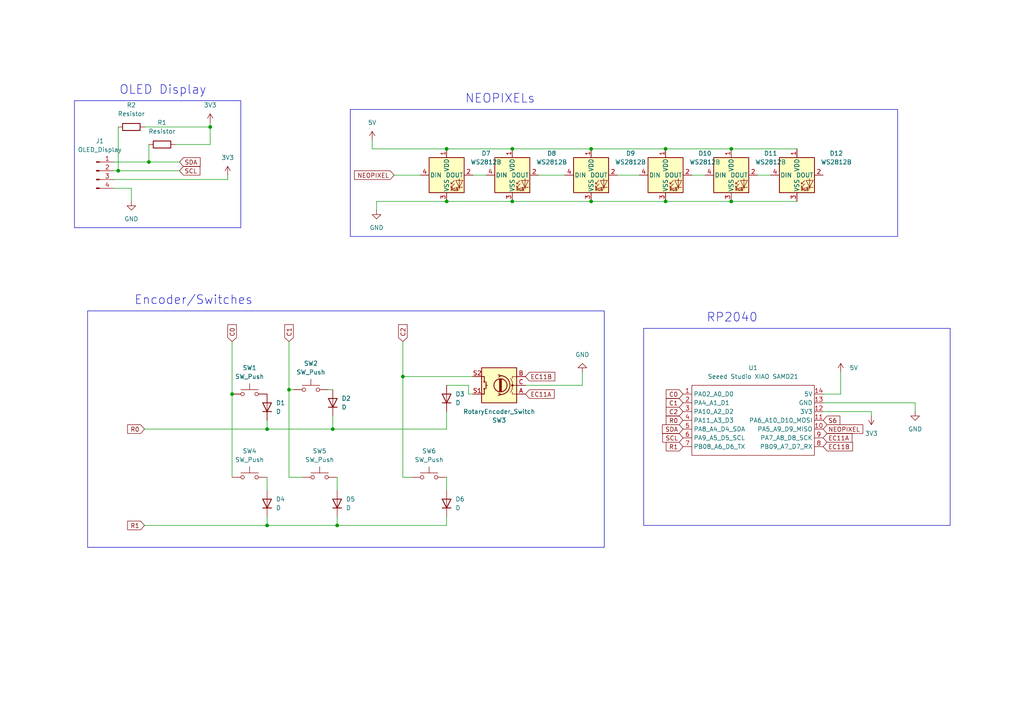
<source format=kicad_sch>
(kicad_sch (version 20231120) (generator "eeschema") (generator_version "8.0")
  (paper "A4")
  (title_block (title "Hackpad") (date "2024-10-04"))
  (lib_symbols
    (symbol "Connector:Conn_01x04_Pin" (pin_names (offset 1.016) hide)
      (property "Reference" "J" (at 0 5.08 0))
      (property "Value" "Conn_01x04_Pin" (at 0 -7.62 0))
      (symbol "Conn_01x04_Pin_1_1"
        (polyline (pts (xy 1.27 -5.08) (xy 0.8636 -5.08)) (stroke (width 0.1524)))
        (polyline (pts (xy 1.27 -2.54) (xy 0.8636 -2.54)) (stroke (width 0.1524)))
        (polyline (pts (xy 1.27 0) (xy 0.8636 0)) (stroke (width 0.1524)))
        (polyline (pts (xy 1.27 2.54) (xy 0.8636 2.54)) (stroke (width 0.1524)))
        (rectangle (start 0.8636 -4.953) (end 0 -5.207) (stroke (width 0.1524)) (fill (type outline)))
        (rectangle (start 0.8636 -2.413) (end 0 -2.667) (stroke (width 0.1524)) (fill (type outline)))
        (rectangle (start 0.8636 0.127) (end 0 -0.127) (stroke (width 0.1524)) (fill (type outline)))
        (rectangle (start 0.8636 2.667) (end 0 2.413) (stroke (width 0.1524)) (fill (type outline)))
        (pin passive line (at 5.08 2.54 180) (length 3.81) (name "Pin_1") (number "1"))
        (pin passive line (at 5.08 0 180) (length 3.81) (name "Pin_2") (number "2"))
        (pin passive line (at 5.08 -2.54 180) (length 3.81) (name "Pin_3") (number "3"))
        (pin passive line (at 5.08 -5.08 180) (length 3.81) (name "Pin_4") (number "4"))
      )
    )
    (symbol "Device:D" (pin_numbers hide) (pin_names (offset 1.016) hide)
      (property "Reference" "D" (at 0 2.54 0))
      (property "Value" "D" (at 0 -2.54 0))
      (symbol "D_0_1"
        (polyline (pts (xy -1.27 1.27) (xy -1.27 -1.27)) (stroke (width 0.254)))
        (polyline (pts (xy 1.27 0) (xy -1.27 0)))
        (polyline (pts (xy 1.27 1.27) (xy 1.27 -1.27) (xy -1.27 0) (xy 1.27 1.27)) (stroke (width 0.254)))
      )
      (symbol "D_1_1"
        (pin passive line (at -3.81 0 0) (length 2.54) (name "K") (number "1"))
        (pin passive line (at 3.81 0 180) (length 2.54) (name "A") (number "2"))
      )
    )
    (symbol "Device:R" (pin_numbers hide) (pin_names (offset 0))
      (property "Reference" "R" (at 2.032 0 90))
      (property "Value" "R" (at 0 0 90))
      (symbol "R_0_1"
        (rectangle (start -1.016 -2.54) (end 1.016 2.54) (stroke (width 0.254)))
      )
      (symbol "R_1_1"
        (pin passive line (at 0 3.81 270) (length 1.27) (name "~") (number "1"))
        (pin passive line (at 0 -3.81 90) (length 1.27) (name "~") (number "2"))
      )
    )
    (symbol "Device:RotaryEncoder_Switch" (pin_names (offset 0.254) hide)
      (property "Reference" "SW" (at 0 6.604 0))
      (property "Value" "RotaryEncoder_Switch" (at 0 -6.604 0))
      (symbol "RotaryEncoder_Switch_0_1"
        (rectangle (start -5.08 5.08) (end 5.08 -5.08) (stroke (width 0.254)) (fill (type background)))
        (circle (center -3.81 0) (radius 0.254) (fill (type outline)))
        (circle (center -0.381 0) (radius 1.905) (stroke (width 0.254)))
        (arc (start -0.381 2.667) (mid -3.0988 -0.0635) (end -0.381 -2.794) (stroke (width 0.254)))
        (polyline (pts (xy -0.635 -1.778) (xy -0.635 1.778)) (stroke (width 0.254)))
        (polyline (pts (xy -0.381 -1.778) (xy -0.381 1.778)) (stroke (width 0.254)))
        (polyline (pts (xy -0.127 1.778) (xy -0.127 -1.778)) (stroke (width 0.254)))
        (polyline (pts (xy 3.81 0) (xy 3.429 0)) (stroke (width 0.254)))
        (polyline (pts (xy 3.81 1.016) (xy 3.81 -1.016)) (stroke (width 0.254)))
        (polyline (pts (xy -5.08 -2.54) (xy -3.81 -2.54) (xy -3.81 -2.032)))
        (polyline (pts (xy -5.08 2.54) (xy -3.81 2.54) (xy -3.81 2.032)))
        (polyline (pts (xy 0.254 -3.048) (xy -0.508 -2.794) (xy 0.127 -2.413)) (stroke (width 0.254)))
        (polyline (pts (xy 0.254 2.921) (xy -0.508 2.667) (xy 0.127 2.286)) (stroke (width 0.254)))
        (polyline (pts (xy 5.08 -2.54) (xy 4.318 -2.54) (xy 4.318 -1.016)) (stroke (width 0.254)))
        (polyline (pts (xy 5.08 2.54) (xy 4.318 2.54) (xy 4.318 1.016)) (stroke (width 0.254)))
        (polyline (pts (xy -5.08 0) (xy -3.81 0) (xy -3.81 -1.016) (xy -3.302 -2.032)))
        (polyline (pts (xy -4.318 0) (xy -3.81 0) (xy -3.81 1.016) (xy -3.302 2.032)))
        (circle (center 4.318 -1.016) (radius 0.127) (stroke (width 0.254)))
        (circle (center 4.318 1.016) (radius 0.127) (stroke (width 0.254)))
      )
      (symbol "RotaryEncoder_Switch_1_1"
        (pin passive line (at -7.62 2.54 0) (length 2.54) (name "A") (number "A"))
        (pin passive line (at -7.62 -2.54 0) (length 2.54) (name "B") (number "B"))
        (pin passive line (at -7.62 0 0) (length 2.54) (name "C") (number "C"))
        (pin passive line (at 7.62 2.54 180) (length 2.54) (name "S1") (number "S1"))
        (pin passive line (at 7.62 -2.54 180) (length 2.54) (name "S2") (number "S2"))
      )
    )
    (symbol "LED:WS2812B" (pin_names (offset 0.254))
      (property "Reference" "D" (at 5.08 5.715 0))
      (property "Value" "WS2812B" (at 1.27 -5.715 0))
      (symbol "WS2812B_0_0"
        (text "RGB" (at 2.286 -4.191 0) (effects (font (size 0.762 0.762))))
      )
      (symbol "WS2812B_0_1"
        (polyline (pts (xy 1.27 -3.556) (xy 1.778 -3.556)))
        (polyline (pts (xy 1.27 -2.54) (xy 1.778 -2.54)))
        (polyline (pts (xy 4.699 -3.556) (xy 2.667 -3.556)))
        (polyline (pts (xy 2.286 -2.54) (xy 1.27 -3.556) (xy 1.27 -3.048)))
        (polyline (pts (xy 2.286 -1.524) (xy 1.27 -2.54) (xy 1.27 -2.032)))
        (polyline (pts (xy 3.683 -1.016) (xy 3.683 -3.556) (xy 3.683 -4.064)))
        (polyline (pts (xy 4.699 -1.524) (xy 2.667 -1.524) (xy 3.683 -3.556) (xy 4.699 -1.524)))
        (rectangle (start 5.08 5.08) (end -5.08 -5.08) (stroke (width 0.254)) (fill (type background)))
      )
      (symbol "WS2812B_1_1"
        (pin power_in line (at 0 7.62 270) (length 2.54) (name "VDD") (number "1"))
        (pin output line (at 7.62 0 180) (length 2.54) (name "DOUT") (number "2"))
        (pin power_in line (at 0 -7.62 90) (length 2.54) (name "VSS") (number "3"))
        (pin input line (at -7.62 0 0) (length 2.54) (name "DIN") (number "4"))
      )
    )
    (symbol "ScottoKeebs:MCU_Seeed_XIAO_RP2040"
      (property "Reference" "U" (at -16.51 11.43 0))
      (property "Value" "MCU_Seeed_XIAO_RP2040" (at -3.81 -11.43 0))
      (symbol "MCU_Seeed_XIAO_RP2040_0_1"
        (rectangle (start -16.51 10.16) (end 19.05 -10.16))
      )
      (symbol "MCU_Seeed_XIAO_RP2040_1_1"
        (pin passive line (at -19.05 7.62 0) (length 2.54) (name "PA02_A0_D0") (number "1"))
        (pin passive line (at 21.59 -2.54 180) (length 2.54) (name "PA5_A9_D9_MISO") (number "10"))
        (pin passive line (at 21.59 0 180) (length 2.54) (name "PA6_A10_D10_MOSI") (number "11"))
        (pin passive line (at 21.59 2.54 180) (length 2.54) (name "3V3") (number "12"))
        (pin passive line (at 21.59 5.08 180) (length 2.54) (name "GND") (number "13"))
        (pin passive line (at 21.59 7.62 180) (length 2.54) (name "5V") (number "14"))
        (pin passive line (at -19.05 5.08 0) (length 2.54) (name "PA4_A1_D1") (number "2"))
        (pin passive line (at -19.05 2.54 0) (length 2.54) (name "PA10_A2_D2") (number "3"))
        (pin passive line (at -19.05 0 0) (length 2.54) (name "PA11_A3_D3") (number "4"))
        (pin passive line (at -19.05 -2.54 0) (length 2.54) (name "PA8_A4_D4_SDA") (number "5"))
        (pin passive line (at -19.05 -5.08 0) (length 2.54) (name "PA9_A5_D5_SCL") (number "6"))
        (pin passive line (at -19.05 -7.62 0) (length 2.54) (name "PB08_A6_D6_TX") (number "7"))
        (pin passive line (at 21.59 -7.62 180) (length 2.54) (name "PB09_A7_D7_RX") (number "8"))
        (pin passive line (at 21.59 -5.08 180) (length 2.54) (name "PA7_A8_D8_SCK") (number "9"))
      )
    )
    (symbol "ScottoKeebs:Placeholder_Resistor" (pin_numbers hide) (pin_names (offset 0))
      (property "Reference" "R" (at 0 2.032 0))
      (property "Value" "Resistor" (at 0 -2.54 0))
      (symbol "Placeholder_Resistor_0_1"
        (rectangle (start 2.54 -1.016) (end -2.54 1.016) (stroke (width 0.254)))
      )
      (symbol "Placeholder_Resistor_1_1"
        (pin passive line (at -3.81 0 0) (length 1.27) (name "~") (number "1"))
        (pin passive line (at 3.81 0 180) (length 1.27) (name "~") (number "2"))
      )
    )
    (symbol "Switch:SW_Push" (pin_numbers hide) (pin_names (offset 1.016) hide)
      (property "Reference" "SW" (at 1.27 2.54 0))
      (property "Value" "SW_Push" (at 0 -1.524 0))
      (symbol "SW_Push_0_1"
        (circle (center -2.032 0) (radius 0.508))
        (polyline (pts (xy 0 1.27) (xy 0 3.048)))
        (polyline (pts (xy 2.54 1.27) (xy -2.54 1.27)))
        (circle (center 2.032 0) (radius 0.508))
        (pin passive line (at -5.08 0 0) (length 2.54) (name "1") (number "1"))
        (pin passive line (at 5.08 0 180) (length 2.54) (name "2") (number "2"))
      )
    )
    (symbol "power:GND" (power) (pin_numbers hide) (pin_names (offset 0) hide)
      (property "Value" "GND" (at 0 -3.81 0))
      (symbol "GND_0_1"
        (polyline (pts (xy 0 0) (xy 0 -1.27) (xy 1.27 -1.27) (xy 0 -2.54) (xy -1.27 -1.27) (xy 0 -1.27)))
      )
      (symbol "GND_1_1"
        (pin power_in line (at 0 0 270) (length 0) (name "~") (number "1"))
      )
    )
    (symbol "power:VCC" (power) (pin_numbers hide) (pin_names (offset 0) hide)
      (property "Value" "VCC" (at 0 3.556 0))
      (symbol "VCC_0_1"
        (polyline (pts (xy -0.762 1.27) (xy 0 2.54)))
        (polyline (pts (xy 0 0) (xy 0 2.54)))
        (polyline (pts (xy 0 2.54) (xy 0.762 1.27)))
      )
      (symbol "VCC_1_1"
        (pin power_in line (at 0 0 90) (length 0) (name "~") (number "1"))
      )
    )
  )
  (junction (at 129.54 58.42))
  (junction (at 212.09 43.18))
  (junction (at 129.54 43.18))
  (junction (at 212.09 58.42))
  (junction (at 148.59 58.42))
  (junction (at 97.79 152.4))
  (junction (at 171.45 43.18))
  (junction (at 60.96 36.83))
  (junction (at 96.52 124.46))
  (junction (at 67.31 114.3))
  (junction (at 116.84 109.22))
  (junction (at 34.29 49.53))
  (junction (at 171.45 58.42))
  (junction (at 193.04 43.18))
  (junction (at 148.59 43.18))
  (junction (at 77.47 152.4))
  (junction (at 83.82 113.03))
  (junction (at 43.18 46.99))
  (junction (at 193.04 58.42))
  (junction (at 77.47 124.46))
  (wire (pts (xy 66.04 52.07) (xy 66.04 50.8)))
  (wire (pts (xy 129.54 111.76) (xy 135.89 111.76)))
  (wire (pts (xy 200.66 50.8) (xy 204.47 50.8)))
  (wire (pts (xy 95.25 113.03) (xy 96.52 113.03)))
  (wire (pts (xy 83.82 113.03) (xy 85.09 113.03)))
  (wire (pts (xy 96.52 124.46) (xy 129.54 124.46)))
  (wire (pts (xy 97.79 138.43) (xy 97.79 142.24)))
  (wire (pts (xy 33.02 46.99) (xy 43.18 46.99)))
  (wire (pts (xy 34.29 36.83) (xy 34.29 49.53)))
  (wire (pts (xy 238.76 119.38) (xy 252.73 119.38)))
  (wire (pts (xy 107.95 43.18) (xy 129.54 43.18)))
  (wire (pts (xy 148.59 43.18) (xy 171.45 43.18)))
  (wire (pts (xy 238.76 114.3) (xy 243.84 114.3)))
  (wire (pts (xy 34.29 49.53) (xy 52.07 49.53)))
  (wire (pts (xy 77.47 152.4) (xy 97.79 152.4)))
  (wire (pts (xy 116.84 109.22) (xy 116.84 138.43)))
  (wire (pts (xy 252.73 119.38) (xy 252.73 120.65)))
  (wire (pts (xy 193.04 58.42) (xy 212.09 58.42)))
  (wire (pts (xy 238.76 116.84) (xy 265.43 116.84)))
  (wire (pts (xy 135.89 114.3) (xy 135.89 111.76)))
  (wire (pts (xy 243.84 114.3) (xy 243.84 107.95)))
  (wire (pts (xy 116.84 109.22) (xy 137.16 109.22)))
  (wire (pts (xy 156.21 50.8) (xy 163.83 50.8)))
  (wire (pts (xy 193.04 43.18) (xy 212.09 43.18)))
  (wire (pts (xy 33.02 54.61) (xy 38.1 54.61)))
  (wire (pts (xy 109.22 60.96) (xy 109.22 58.42)))
  (wire (pts (xy 129.54 152.4) (xy 129.54 149.86)))
  (wire (pts (xy 148.59 58.42) (xy 171.45 58.42)))
  (wire (pts (xy 33.02 49.53) (xy 34.29 49.53)))
  (wire (pts (xy 50.8 41.91) (xy 60.96 41.91)))
  (wire (pts (xy 83.82 113.03) (xy 83.82 138.43)))
  (wire (pts (xy 77.47 138.43) (xy 77.47 142.24)))
  (wire (pts (xy 77.47 149.86) (xy 77.47 152.4)))
  (wire (pts (xy 97.79 149.86) (xy 97.79 152.4)))
  (wire (pts (xy 129.54 43.18) (xy 148.59 43.18)))
  (wire (pts (xy 67.31 114.3) (xy 67.31 138.43)))
  (wire (pts (xy 168.91 111.76) (xy 168.91 107.95)))
  (wire (pts (xy 77.47 124.46) (xy 96.52 124.46)))
  (wire (pts (xy 109.22 58.42) (xy 129.54 58.42)))
  (wire (pts (xy 219.71 50.8) (xy 223.52 50.8)))
  (wire (pts (xy 129.54 58.42) (xy 148.59 58.42)))
  (wire (pts (xy 114.3 50.8) (xy 121.92 50.8)))
  (wire (pts (xy 116.84 138.43) (xy 119.38 138.43)))
  (wire (pts (xy 129.54 124.46) (xy 129.54 119.38)))
  (wire (pts (xy 41.91 152.4) (xy 77.47 152.4)))
  (wire (pts (xy 83.82 99.06) (xy 83.82 113.03)))
  (wire (pts (xy 60.96 36.83) (xy 60.96 35.56)))
  (wire (pts (xy 38.1 54.61) (xy 38.1 58.42)))
  (wire (pts (xy 212.09 43.18) (xy 231.14 43.18)))
  (wire (pts (xy 67.31 99.06) (xy 67.31 114.3)))
  (wire (pts (xy 152.4 111.76) (xy 168.91 111.76)))
  (wire (pts (xy 43.18 46.99) (xy 52.07 46.99)))
  (wire (pts (xy 96.52 120.65) (xy 96.52 124.46)))
  (wire (pts (xy 116.84 99.06) (xy 116.84 109.22)))
  (wire (pts (xy 171.45 58.42) (xy 193.04 58.42)))
  (wire (pts (xy 97.79 152.4) (xy 129.54 152.4)))
  (wire (pts (xy 212.09 58.42) (xy 231.14 58.42)))
  (wire (pts (xy 137.16 50.8) (xy 140.97 50.8)))
  (wire (pts (xy 60.96 41.91) (xy 60.96 36.83)))
  (wire (pts (xy 107.95 40.64) (xy 107.95 43.18)))
  (wire (pts (xy 43.18 41.91) (xy 43.18 46.99)))
  (wire (pts (xy 171.45 43.18) (xy 193.04 43.18)))
  (wire (pts (xy 129.54 138.43) (xy 129.54 142.24)))
  (wire (pts (xy 137.16 114.3) (xy 135.89 114.3)))
  (wire (pts (xy 33.02 52.07) (xy 66.04 52.07)))
  (wire (pts (xy 83.82 138.43) (xy 87.63 138.43)))
  (wire (pts (xy 77.47 121.92) (xy 77.47 124.46)))
  (wire (pts (xy 179.07 50.8) (xy 185.42 50.8)))
  (wire (pts (xy 41.91 36.83) (xy 60.96 36.83)))
  (wire (pts (xy 265.43 116.84) (xy 265.43 119.38)))
  (wire (pts (xy 41.91 124.46) (xy 77.47 124.46)))
  (rectangle (start 25.4 90.17) (end 175.26 158.75))
  (rectangle (start 21.59 29.21) (end 69.85 66.04))
  (rectangle (start 101.6 31.75) (end 260.35 68.58))
  (rectangle (start 186.69 95.25) (end 275.59 152.4))
  (text "RP2040\n" (at 212.344 92.202 0) (effects (font (size 2.54 2.54))))
  (text "OLED Display\n" (at 47.244 26.162 0) (effects (font (size 2.54 2.54))))
  (text "NEOPIXELs" (at 145.034 28.702 0) (effects (font (size 2.54 2.54))))
  (text "Encoder/Switches" (at 56.134 87.122 0) (effects (font (size 2.54 2.54))))
  (global_label "S6" (shape input) (at 238.76 121.92 0) (property "Intersheetrefs" "${INTERSHEET_REFS}" (effects (hide yes))))
  (global_label "R0" (shape input) (at 41.91 124.46 180) (property "Intersheetrefs" "${INTERSHEET_REFS}" (effects (hide yes))))
  (global_label "R1" (shape input) (at 198.12 129.54 180) (property "Intersheetrefs" "${INTERSHEET_REFS}" (effects (hide yes))))
  (global_label "C1" (shape input) (at 198.12 116.84 180) (property "Intersheetrefs" "${INTERSHEET_REFS}" (effects (hide yes))))
  (global_label "EC11A" (shape input) (at 238.76 127 0) (property "Intersheetrefs" "${INTERSHEET_REFS}" (effects (hide yes))))
  (global_label "NEOPIXEL" (shape input) (at 238.76 124.46 0) (property "Intersheetrefs" "${INTERSHEET_REFS}" (effects (hide yes))))
  (global_label "SDA" (shape input) (at 52.07 46.99 0) (property "Intersheetrefs" "${INTERSHEET_REFS}" (effects (hide yes))))
  (global_label "C2" (shape input) (at 116.84 99.06 90) (property "Intersheetrefs" "${INTERSHEET_REFS}" (effects (hide yes))))
  (global_label "C0" (shape input) (at 67.31 99.06 90) (property "Intersheetrefs" "${INTERSHEET_REFS}" (effects (hide yes))))
  (global_label "EC11A" (shape input) (at 152.4 114.3 0) (property "Intersheetrefs" "${INTERSHEET_REFS}" (effects (hide yes))))
  (global_label "SCL" (shape input) (at 198.12 127 180) (property "Intersheetrefs" "${INTERSHEET_REFS}" (effects (hide yes))))
  (global_label "C0" (shape input) (at 198.12 114.3 180) (property "Intersheetrefs" "${INTERSHEET_REFS}" (effects (hide yes))))
  (global_label "R0" (shape input) (at 198.12 121.92 180) (property "Intersheetrefs" "${INTERSHEET_REFS}" (effects (hide yes))))
  (global_label "C1" (shape input) (at 83.82 99.06 90) (property "Intersheetrefs" "${INTERSHEET_REFS}" (effects (hide yes))))
  (global_label "EC11B" (shape input) (at 238.76 129.54 0) (property "Intersheetrefs" "${INTERSHEET_REFS}" (effects (hide yes))))
  (global_label "SCL" (shape input) (at 52.07 49.53 0) (property "Intersheetrefs" "${INTERSHEET_REFS}" (effects (hide yes))))
  (global_label "NEOPIXEL" (shape input) (at 114.3 50.8 180) (property "Intersheetrefs" "${INTERSHEET_REFS}" (effects (hide yes))))
  (global_label "EC11B" (shape input) (at 152.4 109.22 0) (property "Intersheetrefs" "${INTERSHEET_REFS}" (effects (hide yes))))
  (global_label "R1" (shape input) (at 41.91 152.4 180) (property "Intersheetrefs" "${INTERSHEET_REFS}" (effects (hide yes))))
  (global_label "SDA" (shape input) (at 198.12 124.46 180) (property "Intersheetrefs" "${INTERSHEET_REFS}" (effects (hide yes))))
  (global_label "C2" (shape input) (at 198.12 119.38 180) (property "Intersheetrefs" "${INTERSHEET_REFS}" (effects (hide yes))))
  (symbol (lib_id "Device:D") (at 96.52 116.84 90) (unit 1)
    (property "Reference" "D2" (at 99.06 115.5699 90) (effects (justify right)))
    (property "Value" "D" (at 99.06 118.1099 90) (effects (justify right)))
    (property "Footprint" "Diode_THT:D_DO-35_SOD27_P7.62mm_Horizontal" (effects (hide yes)))
    (property "Description" "Diode" (effects (hide yes)))
    (property "Sim.Device" "D" (effects (hide yes)))
    (property "Sim.Pins" "1=K 2=A" (effects (hide yes)))
  )
  (symbol (lib_id "power:VCC") (at 66.04 50.8 0) (unit 1)
    (property "Reference" "#PWR02" (effects (hide yes)))
    (property "Value" "3V3" (at 66.04 45.72 0))
    (property "Description" "Power symbol creates a global label with name \"VCC\"" (effects (hide yes)))
  )
  (symbol (lib_id "LED:WS2812B") (at 231.14 50.8 0) (unit 1)
    (property "Reference" "D12" (at 242.57 44.4814 0))
    (property "Value" "WS2812B" (at 242.57 47.0214 0))
    (property "Footprint" "LED_SMD:LED_WS2812B_PLCC4_5.0x5.0mm_P3.2mm" (effects (hide yes)))
    (property "Datasheet" "https://cdn-shop.adafruit.com/datasheets/WS2812B.pdf" (effects (hide yes)))
    (property "Description" "RGB LED with integrated controller" (effects (hide yes)))
  )
  (symbol (lib_id "power:VCC") (at 60.96 35.56 0) (unit 1)
    (property "Reference" "#PWR09" (effects (hide yes)))
    (property "Value" "3V3" (at 60.96 30.48 0))
    (property "Description" "Power symbol creates a global label with name \"VCC\"" (effects (hide yes)))
  )
  (symbol (lib_id "Device:D") (at 129.54 146.05 90) (unit 1)
    (property "Reference" "D6" (at 132.08 144.7799 90) (effects (justify right)))
    (property "Value" "D" (at 132.08 147.3199 90) (effects (justify right)))
    (property "Footprint" "Diode_THT:D_DO-35_SOD27_P7.62mm_Horizontal" (effects (hide yes)))
    (property "Description" "Diode" (effects (hide yes)))
    (property "Sim.Device" "D" (effects (hide yes)))
    (property "Sim.Pins" "1=K 2=A" (effects (hide yes)))
  )
  (symbol (lib_id "Switch:SW_Push") (at 124.46 138.43 0) (unit 1)
    (property "Reference" "SW6" (at 124.46 130.81 0))
    (property "Value" "SW_Push" (at 124.46 133.35 0))
    (property "Footprint" "ScottoKeebs_MX:MX_PCB_1.00u" (effects (hide yes)))
    (property "Description" "Push button switch, generic, two pins" (effects (hide yes)))
  )
  (symbol (lib_id "Connector:Conn_01x04_Pin") (at 27.94 49.53 0) (unit 1)
    (property "Reference" "J1" (at 28.956 40.894 0))
    (property "Value" "OLED_Display" (at 28.956 43.434 0))
    (property "Footprint" "ScottoKeebs_Components:OLED_128x64" (effects (hide yes)))
    (property "Description" "Generic connector, single row, 01x04, script generated" (effects (hide yes)))
  )
  (symbol (lib_id "LED:WS2812B") (at 148.59 50.8 0) (unit 1)
    (property "Reference" "D8" (at 160.02 44.4814 0))
    (property "Value" "WS2812B" (at 160.02 47.0214 0))
    (property "Footprint" "LED_SMD:LED_WS2812B_PLCC4_5.0x5.0mm_P3.2mm" (effects (hide yes)))
    (property "Datasheet" "https://cdn-shop.adafruit.com/datasheets/WS2812B.pdf" (effects (hide yes)))
    (property "Description" "RGB LED with integrated controller" (effects (hide yes)))
  )
  (symbol (lib_id "power:GND") (at 109.22 60.96 0) (unit 1)
    (property "Reference" "#PWR07" (effects (hide yes)))
    (property "Value" "GND" (at 109.22 66.04 0))
    (property "Description" "Power symbol creates a global label with name \"GND\" , ground" (effects (hide yes)))
  )
  (symbol (lib_id "Switch:SW_Push") (at 92.71 138.43 0) (unit 1)
    (property "Reference" "SW5" (at 92.71 130.81 0))
    (property "Value" "SW_Push" (at 92.71 133.35 0))
    (property "Footprint" "ScottoKeebs_MX:MX_PCB_1.00u" (effects (hide yes)))
    (property "Description" "Push button switch, generic, two pins" (effects (hide yes)))
  )
  (symbol (lib_id "Device:D") (at 77.47 146.05 90) (unit 1)
    (property "Reference" "D4" (at 80.01 144.7799 90) (effects (justify right)))
    (property "Value" "D" (at 80.01 147.3199 90) (effects (justify right)))
    (property "Footprint" "Diode_THT:D_DO-35_SOD27_P7.62mm_Horizontal" (effects (hide yes)))
    (property "Description" "Diode" (effects (hide yes)))
    (property "Sim.Device" "D" (effects (hide yes)))
    (property "Sim.Pins" "1=K 2=A" (effects (hide yes)))
  )
  (symbol (lib_id "LED:WS2812B") (at 193.04 50.8 0) (unit 1)
    (property "Reference" "D10" (at 204.47 44.4814 0))
    (property "Value" "WS2812B" (at 204.47 47.0214 0))
    (property "Footprint" "LED_SMD:LED_WS2812B_PLCC4_5.0x5.0mm_P3.2mm" (effects (hide yes)))
    (property "Datasheet" "https://cdn-shop.adafruit.com/datasheets/WS2812B.pdf" (effects (hide yes)))
    (property "Description" "RGB LED with integrated controller" (effects (hide yes)))
  )
  (symbol (lib_id "ScottoKeebs:Placeholder_Resistor") (at 38.1 36.83 0) (unit 1)
    (property "Reference" "R2" (at 38.1 30.48 0))
    (property "Value" "Resistor" (at 38.1 33.02 0))
    (property "Footprint" "Resistor_SMD:R_0402_1005Metric" (effects (hide yes)))
    (property "Description" "Resistor" (effects (hide yes)))
  )
  (symbol (lib_id "Switch:SW_Push") (at 72.39 138.43 0) (unit 1)
    (property "Reference" "SW4" (at 72.39 130.81 0))
    (property "Value" "SW_Push" (at 72.39 133.35 0))
    (property "Footprint" "ScottoKeebs_MX:MX_PCB_1.00u" (effects (hide yes)))
    (property "Description" "Push button switch, generic, two pins" (effects (hide yes)))
  )
  (symbol (lib_id "power:GND") (at 265.43 119.38 0) (unit 1)
    (property "Reference" "#PWR03" (effects (hide yes)))
    (property "Value" "GND" (at 265.43 124.46 0))
    (property "Description" "Power symbol creates a global label with name \"GND\" , ground" (effects (hide yes)))
  )
  (symbol (lib_id "ScottoKeebs:MCU_Seeed_XIAO_RP2040") (at 217.17 121.92 0) (unit 1)
    (property "Reference" "U1" (at 218.44 106.68 0))
    (property "Value" "Seeed Studio XIAO SAMD21" (at 218.44 109.22 0))
    (property "Footprint" "ScottoKeebs_MCU:Seeed_XIAO_RP2040" (effects (hide yes)))
  )
  (symbol (lib_id "Switch:SW_Push") (at 72.39 114.3 0) (unit 1)
    (property "Reference" "SW1" (at 72.39 106.68 0))
    (property "Value" "SW_Push" (at 72.39 109.22 0))
    (property "Footprint" "ScottoKeebs_MX:MX_PCB_1.00u" (effects (hide yes)))
    (property "Description" "Push button switch, generic, two pins" (effects (hide yes)))
  )
  (symbol (lib_id "LED:WS2812B") (at 129.54 50.8 0) (unit 1)
    (property "Reference" "D7" (at 140.97 44.4814 0))
    (property "Value" "WS2812B" (at 140.97 47.0214 0))
    (property "Footprint" "LED_SMD:LED_WS2812B_PLCC4_5.0x5.0mm_P3.2mm" (effects (hide yes)))
    (property "Datasheet" "https://cdn-shop.adafruit.com/datasheets/WS2812B.pdf" (effects (hide yes)))
    (property "Description" "RGB LED with integrated controller" (effects (hide yes)))
  )
  (symbol (lib_id "Device:D") (at 77.47 118.11 90) (unit 1)
    (property "Reference" "D1" (at 80.01 116.8399 90) (effects (justify right)))
    (property "Value" "D" (at 80.01 119.3799 90) (effects (justify right)))
    (property "Footprint" "Diode_THT:D_DO-35_SOD27_P7.62mm_Horizontal" (effects (hide yes)))
    (property "Description" "Diode" (effects (hide yes)))
    (property "Sim.Device" "D" (effects (hide yes)))
    (property "Sim.Pins" "1=K 2=A" (effects (hide yes)))
  )
  (symbol (lib_id "Device:R") (at 46.99 41.91 270) (unit 1)
    (property "Reference" "R1" (at 46.99 35.56 90))
    (property "Value" "Resistor" (at 46.99 38.1 90))
    (property "Footprint" "Resistor_SMD:R_0402_1005Metric" (effects (hide yes)))
    (property "Description" "Resistor" (effects (hide yes)))
  )
  (symbol (lib_id "Device:D") (at 97.79 146.05 90) (unit 1)
    (property "Reference" "D5" (at 100.33 144.7799 90) (effects (justify right)))
    (property "Value" "D" (at 100.33 147.3199 90) (effects (justify right)))
    (property "Footprint" "Diode_THT:D_DO-35_SOD27_P7.62mm_Horizontal" (effects (hide yes)))
    (property "Description" "Diode" (effects (hide yes)))
    (property "Sim.Device" "D" (effects (hide yes)))
    (property "Sim.Pins" "1=K 2=A" (effects (hide yes)))
  )
  (symbol (lib_id "Device:RotaryEncoder_Switch") (at 144.78 111.76 180) (unit 1)
    (property "Reference" "SW3" (at 144.78 121.92 0))
    (property "Value" "RotaryEncoder_Switch" (at 144.78 119.38 0))
    (property "Footprint" "ScottoKeebs_Scotto:Encoder_EC11_MX" (effects (hide yes)))
    (property "Description" "Rotary encoder, dual channel, incremental quadrate outputs, with switch" (effects (hide yes)))
  )
  (symbol (lib_id "Device:D") (at 129.54 115.57 90) (unit 1)
    (property "Reference" "D3" (at 132.08 114.2999 90) (effects (justify right)))
    (property "Value" "D" (at 132.08 116.8399 90) (effects (justify right)))
    (property "Footprint" "Diode_THT:D_DO-35_SOD27_P7.62mm_Horizontal" (effects (hide yes)))
    (property "Description" "Diode" (effects (hide yes)))
    (property "Sim.Device" "D" (effects (hide yes)))
    (property "Sim.Pins" "1=K 2=A" (effects (hide yes)))
  )
  (symbol (lib_id "power:GND") (at 168.91 107.95 180) (unit 1)
    (property "Reference" "#PWR05" (effects (hide yes)))
    (property "Value" "GND" (at 168.91 102.87 0))
    (property "Description" "Power symbol creates a global label with name \"GND\" , ground" (effects (hide yes)))
  )
  (symbol (lib_id "power:GND") (at 38.1 58.42 0) (unit 1)
    (property "Reference" "#PWR01" (effects (hide yes)))
    (property "Value" "GND" (at 38.1 63.5 0))
    (property "Description" "Power symbol creates a global label with name \"GND\" , ground" (effects (hide yes)))
  )
  (symbol (lib_id "LED:WS2812B") (at 212.09 50.8 0) (unit 1)
    (property "Reference" "D11" (at 223.52 44.4814 0))
    (property "Value" "WS2812B" (at 223.52 47.0214 0))
    (property "Footprint" "LED_SMD:LED_WS2812B_PLCC4_5.0x5.0mm_P3.2mm" (effects (hide yes)))
    (property "Datasheet" "https://cdn-shop.adafruit.com/datasheets/WS2812B.pdf" (effects (hide yes)))
    (property "Description" "RGB LED with integrated controller" (effects (hide yes)))
  )
  (symbol (lib_id "Switch:SW_Push") (at 90.17 113.03 0) (unit 1)
    (property "Reference" "SW2" (at 90.17 105.41 0))
    (property "Value" "SW_Push" (at 90.17 107.95 0))
    (property "Footprint" "ScottoKeebs_MX:MX_PCB_1.00u" (effects (hide yes)))
    (property "Description" "Push button switch, generic, two pins" (effects (hide yes)))
  )
  (symbol (lib_id "power:VCC") (at 252.73 120.65 180) (unit 1)
    (property "Reference" "#PWR08" (effects (hide yes)))
    (property "Value" "3V3" (at 252.73 125.73 0))
    (property "Description" "Power symbol creates a global label with name \"VCC\"" (effects (hide yes)))
  )
  (symbol (lib_id "power:VCC") (at 243.84 107.95 0) (unit 1)
    (property "Reference" "#PWR04" (effects (hide yes)))
    (property "Value" "5V" (at 246.38 106.6799 0) (effects (justify left)))
    (property "Description" "Power symbol creates a global label with name \"VCC\"" (effects (hide yes)))
  )
  (symbol (lib_id "power:VCC") (at 107.95 40.64 0) (unit 1)
    (property "Reference" "#PWR06" (effects (hide yes)))
    (property "Value" "5V" (at 107.95 35.56 0))
    (property "Description" "Power symbol creates a global label with name \"VCC\"" (effects (hide yes)))
  )
  (symbol (lib_id "LED:WS2812B") (at 171.45 50.8 0) (unit 1)
    (property "Reference" "D9" (at 182.88 44.4814 0))
    (property "Value" "WS2812B" (at 182.88 47.0214 0))
    (property "Footprint" "LED_SMD:LED_WS2812B_PLCC4_5.0x5.0mm_P3.2mm" (effects (hide yes)))
    (property "Datasheet" "https://cdn-shop.adafruit.com/datasheets/WS2812B.pdf" (effects (hide yes)))
    (property "Description" "RGB LED with integrated controller" (effects (hide yes)))
  )
)
</source>
